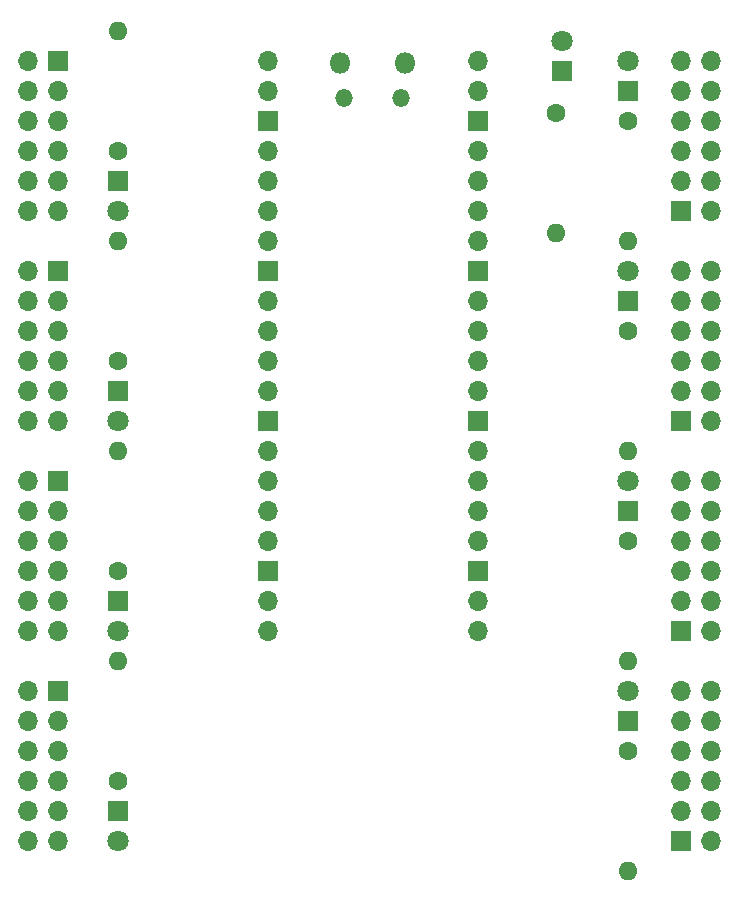
<source format=gbr>
%TF.GenerationSoftware,KiCad,Pcbnew,8.0.3*%
%TF.CreationDate,2024-07-03T23:55:26+09:00*%
%TF.ProjectId,mcu_rp2040,6d63755f-7270-4323-9034-302e6b696361,rev?*%
%TF.SameCoordinates,Original*%
%TF.FileFunction,Soldermask,Bot*%
%TF.FilePolarity,Negative*%
%FSLAX46Y46*%
G04 Gerber Fmt 4.6, Leading zero omitted, Abs format (unit mm)*
G04 Created by KiCad (PCBNEW 8.0.3) date 2024-07-03 23:55:26*
%MOMM*%
%LPD*%
G01*
G04 APERTURE LIST*
%ADD10R,1.800000X1.800000*%
%ADD11C,1.800000*%
%ADD12C,1.600000*%
%ADD13O,1.600000X1.600000*%
%ADD14R,1.700000X1.700000*%
%ADD15O,1.700000X1.700000*%
%ADD16O,1.800000X1.800000*%
%ADD17O,1.500000X1.500000*%
G04 APERTURE END LIST*
D10*
%TO.C,D7*%
X159080000Y-86500000D03*
D11*
X159080000Y-83960000D03*
%TD*%
D12*
%TO.C,R6*%
X159080000Y-71260000D03*
D13*
X159080000Y-81420000D03*
%TD*%
D14*
%TO.C,J5*%
X163615000Y-61100000D03*
D15*
X166155000Y-61100000D03*
X163615000Y-58560000D03*
X166155000Y-58560000D03*
X163615000Y-56020000D03*
X166155000Y-56020000D03*
X163615000Y-53480000D03*
X166155000Y-53480000D03*
X163615000Y-50940000D03*
X166155000Y-50940000D03*
X163615000Y-48400000D03*
X166155000Y-48400000D03*
%TD*%
D14*
%TO.C,J2*%
X110820000Y-66180000D03*
D15*
X108280000Y-66180000D03*
X110820000Y-68720000D03*
X108280000Y-68720000D03*
X110820000Y-71260000D03*
X108280000Y-71260000D03*
X110820000Y-73800000D03*
X108280000Y-73800000D03*
X110820000Y-76340000D03*
X108280000Y-76340000D03*
X110820000Y-78880000D03*
X108280000Y-78880000D03*
%TD*%
D10*
%TO.C,D5*%
X159080000Y-50940000D03*
D11*
X159080000Y-48400000D03*
%TD*%
D14*
%TO.C,J6*%
X163615000Y-78880000D03*
D15*
X166155000Y-78880000D03*
X163615000Y-76340000D03*
X166155000Y-76340000D03*
X163615000Y-73800000D03*
X166155000Y-73800000D03*
X163615000Y-71260000D03*
X166155000Y-71260000D03*
X163615000Y-68720000D03*
X166155000Y-68720000D03*
X163615000Y-66180000D03*
X166155000Y-66180000D03*
%TD*%
D12*
%TO.C,R4*%
X115900000Y-109360000D03*
D13*
X115900000Y-99200000D03*
%TD*%
D14*
%TO.C,J8*%
X163615000Y-114440000D03*
D15*
X166155000Y-114440000D03*
X163615000Y-111900000D03*
X166155000Y-111900000D03*
X163615000Y-109360000D03*
X166155000Y-109360000D03*
X163615000Y-106820000D03*
X166155000Y-106820000D03*
X163615000Y-104280000D03*
X166155000Y-104280000D03*
X163615000Y-101740000D03*
X166155000Y-101740000D03*
%TD*%
D12*
%TO.C,R3*%
X115900000Y-91580000D03*
D13*
X115900000Y-81420000D03*
%TD*%
D12*
%TO.C,R8*%
X159080000Y-106820000D03*
D13*
X159080000Y-116980000D03*
%TD*%
D10*
%TO.C,D2*%
X115900000Y-76340000D03*
D11*
X115900000Y-78880000D03*
%TD*%
D14*
%TO.C,J3*%
X110820000Y-83960000D03*
D15*
X108280000Y-83960000D03*
X110820000Y-86500000D03*
X108280000Y-86500000D03*
X110820000Y-89040000D03*
X108280000Y-89040000D03*
X110820000Y-91580000D03*
X108280000Y-91580000D03*
X110820000Y-94120000D03*
X108280000Y-94120000D03*
X110820000Y-96660000D03*
X108280000Y-96660000D03*
%TD*%
D16*
%TO.C,U2*%
X134765000Y-48530000D03*
D17*
X135065000Y-51560000D03*
X139915000Y-51560000D03*
D16*
X140215000Y-48530000D03*
D15*
X128600000Y-48400000D03*
X128600000Y-50940000D03*
D14*
X128600000Y-53480000D03*
D15*
X128600000Y-56020000D03*
X128600000Y-58560000D03*
X128600000Y-61100000D03*
X128600000Y-63640000D03*
D14*
X128600000Y-66180000D03*
D15*
X128600000Y-68720000D03*
X128600000Y-71260000D03*
X128600000Y-73800000D03*
X128600000Y-76340000D03*
D14*
X128600000Y-78880000D03*
D15*
X128600000Y-81420000D03*
X128600000Y-83960000D03*
X128600000Y-86500000D03*
X128600000Y-89040000D03*
D14*
X128600000Y-91580000D03*
D15*
X128600000Y-94120000D03*
X128600000Y-96660000D03*
X146380000Y-96660000D03*
X146380000Y-94120000D03*
D14*
X146380000Y-91580000D03*
D15*
X146380000Y-89040000D03*
X146380000Y-86500000D03*
X146380000Y-83960000D03*
X146380000Y-81420000D03*
D14*
X146380000Y-78880000D03*
D15*
X146380000Y-76340000D03*
X146380000Y-73800000D03*
X146380000Y-71260000D03*
X146380000Y-68720000D03*
D14*
X146380000Y-66180000D03*
D15*
X146380000Y-63640000D03*
X146380000Y-61100000D03*
X146380000Y-58560000D03*
X146380000Y-56020000D03*
D14*
X146380000Y-53480000D03*
D15*
X146380000Y-50940000D03*
X146380000Y-48400000D03*
%TD*%
D10*
%TO.C,D9*%
X153500000Y-49275000D03*
D11*
X153500000Y-46735000D03*
%TD*%
D12*
%TO.C,R7*%
X159080000Y-89040000D03*
D13*
X159080000Y-99200000D03*
%TD*%
D14*
%TO.C,J7*%
X163615000Y-96660000D03*
D15*
X166155000Y-96660000D03*
X163615000Y-94120000D03*
X166155000Y-94120000D03*
X163615000Y-91580000D03*
X166155000Y-91580000D03*
X163615000Y-89040000D03*
X166155000Y-89040000D03*
X163615000Y-86500000D03*
X166155000Y-86500000D03*
X163615000Y-83960000D03*
X166155000Y-83960000D03*
%TD*%
D10*
%TO.C,D1*%
X115900000Y-58560000D03*
D11*
X115900000Y-61100000D03*
%TD*%
D14*
%TO.C,J4*%
X110820000Y-101740000D03*
D15*
X108280000Y-101740000D03*
X110820000Y-104280000D03*
X108280000Y-104280000D03*
X110820000Y-106820000D03*
X108280000Y-106820000D03*
X110820000Y-109360000D03*
X108280000Y-109360000D03*
X110820000Y-111900000D03*
X108280000Y-111900000D03*
X110820000Y-114440000D03*
X108280000Y-114440000D03*
%TD*%
D12*
%TO.C,R1*%
X115900000Y-56020000D03*
D13*
X115900000Y-45860000D03*
%TD*%
D14*
%TO.C,J1*%
X110820000Y-48400000D03*
D15*
X108280000Y-48400000D03*
X110820000Y-50940000D03*
X108280000Y-50940000D03*
X110820000Y-53480000D03*
X108280000Y-53480000D03*
X110820000Y-56020000D03*
X108280000Y-56020000D03*
X110820000Y-58560000D03*
X108280000Y-58560000D03*
X110820000Y-61100000D03*
X108280000Y-61100000D03*
%TD*%
D12*
%TO.C,R9*%
X153000000Y-52820000D03*
D13*
X153000000Y-62980000D03*
%TD*%
D10*
%TO.C,D6*%
X159080000Y-68720000D03*
D11*
X159080000Y-66180000D03*
%TD*%
D10*
%TO.C,D3*%
X115900000Y-94120000D03*
D11*
X115900000Y-96660000D03*
%TD*%
D10*
%TO.C,D4*%
X115900000Y-111900000D03*
D11*
X115900000Y-114440000D03*
%TD*%
D12*
%TO.C,R2*%
X115900000Y-73800000D03*
D13*
X115900000Y-63640000D03*
%TD*%
D10*
%TO.C,D8*%
X159080000Y-104280000D03*
D11*
X159080000Y-101740000D03*
%TD*%
D12*
%TO.C,R5*%
X159080000Y-53480000D03*
D13*
X159080000Y-63640000D03*
%TD*%
M02*

</source>
